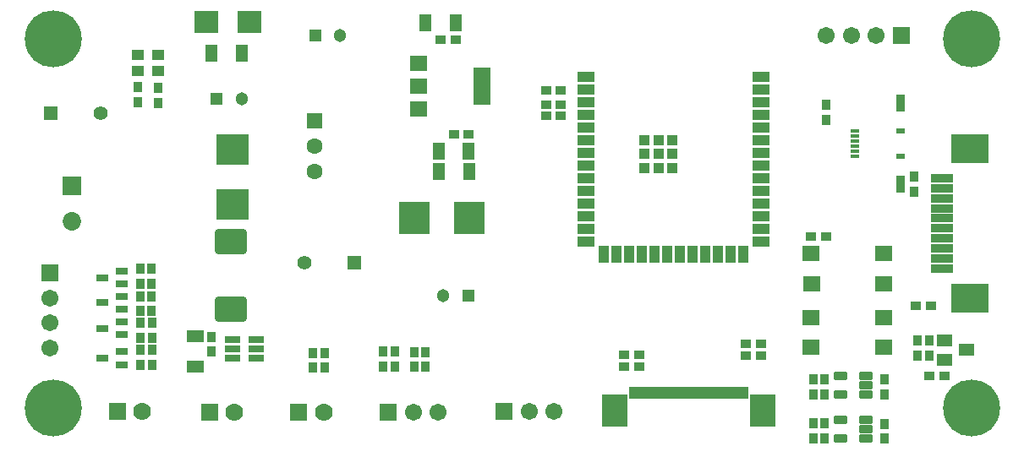
<source format=gbr>
%TF.GenerationSoftware,Altium Limited,Altium Designer,23.4.1 (23)*%
G04 Layer_Color=8388736*
%FSLAX45Y45*%
%MOMM*%
%TF.SameCoordinates,D6ADF24A-3376-43E2-8D1E-8FFFCD63A60F*%
%TF.FilePolarity,Negative*%
%TF.FileFunction,Soldermask,Top*%
%TF.Part,Single*%
G01*
G75*
%TA.AperFunction,SMDPad,CuDef*%
%ADD75R,0.95320X1.00320*%
%ADD76R,1.00320X0.95320*%
%TA.AperFunction,ComponentPad*%
%ADD77C,1.71120*%
%ADD78R,1.71120X1.71120*%
%ADD79R,1.40320X1.40320*%
%ADD80C,1.40320*%
%ADD81C,1.30320*%
%ADD82R,1.30320X1.30320*%
%ADD83R,1.85320X1.85320*%
%ADD84C,1.85320*%
%ADD85C,1.60320*%
%ADD86R,1.60320X1.60320*%
%ADD87R,1.77820X1.77820*%
%ADD88C,1.77820*%
%ADD89R,1.71120X1.71120*%
%TA.AperFunction,ViaPad*%
%ADD90C,5.70320*%
%TA.AperFunction,SMDPad,CuDef*%
%ADD91R,0.90320X0.45320*%
%ADD92R,0.85320X0.60320*%
%ADD93R,0.85320X1.80320*%
%ADD94R,1.15320X1.05320*%
%ADD95R,1.70320X1.50320*%
%ADD96R,1.70320X3.70320*%
%ADD97R,1.54320X0.79320*%
%ADD98R,3.05320X3.30320*%
%ADD99R,2.48320X2.32320*%
%ADD100R,1.20320X1.80320*%
G04:AMPARAMS|DCode=101|XSize=2.5332mm|YSize=3.2732mm|CornerRadius=0.39285mm|HoleSize=0mm|Usage=FLASHONLY|Rotation=270.000|XOffset=0mm|YOffset=0mm|HoleType=Round|Shape=RoundedRectangle|*
%AMROUNDEDRECTD101*
21,1,2.53320,2.48750,0,0,270.0*
21,1,1.74750,3.27320,0,0,270.0*
1,1,0.78570,-1.24375,-0.87375*
1,1,0.78570,-1.24375,0.87375*
1,1,0.78570,1.24375,0.87375*
1,1,0.78570,1.24375,-0.87375*
%
%ADD101ROUNDEDRECTD101*%
%ADD102R,1.80320X1.60320*%
%TA.AperFunction,BGAPad,CuDef*%
%ADD103R,1.10320X1.10320*%
%TA.AperFunction,SMDPad,CuDef*%
%ADD104R,1.70320X1.10320*%
%ADD105R,1.10320X1.70320*%
%ADD106R,1.20320X0.75320*%
%TA.AperFunction,ConnectorPad*%
%ADD107R,2.20320X0.81320*%
%ADD108R,3.80320X2.88320*%
%TA.AperFunction,SMDPad,CuDef*%
%ADD109R,0.50320X1.30320*%
%ADD110R,2.50320X3.30320*%
G04:AMPARAMS|DCode=111|XSize=1.4132mm|YSize=0.7932mm|CornerRadius=0.12815mm|HoleSize=0mm|Usage=FLASHONLY|Rotation=180.000|XOffset=0mm|YOffset=0mm|HoleType=Round|Shape=RoundedRectangle|*
%AMROUNDEDRECTD111*
21,1,1.41320,0.53690,0,0,180.0*
21,1,1.15690,0.79320,0,0,180.0*
1,1,0.25630,-0.57845,0.26845*
1,1,0.25630,0.57845,0.26845*
1,1,0.25630,0.57845,-0.26845*
1,1,0.25630,-0.57845,-0.26845*
%
%ADD111ROUNDEDRECTD111*%
%ADD112R,1.60320X1.20320*%
%ADD113R,1.80320X1.20320*%
%ADD114R,3.30320X3.05320*%
D75*
X3000000Y802000D02*
D03*
Y952000D02*
D03*
X3118000D02*
D03*
Y802000D02*
D03*
X8144000Y3437000D02*
D03*
Y3287000D02*
D03*
X4131000Y812000D02*
D03*
X4131000Y962000D02*
D03*
X3821000Y813000D02*
D03*
Y963000D02*
D03*
X9057000Y924000D02*
D03*
Y1074000D02*
D03*
X9172000Y1075000D02*
D03*
Y925000D02*
D03*
X1277600Y1102000D02*
D03*
Y1252000D02*
D03*
X1391600Y1101000D02*
D03*
Y1251000D02*
D03*
X8730000Y684000D02*
D03*
Y534000D02*
D03*
X8013000Y686000D02*
D03*
Y536000D02*
D03*
X8730000Y92000D02*
D03*
Y242000D02*
D03*
X8013000Y94000D02*
D03*
Y244000D02*
D03*
X8126000Y686000D02*
D03*
Y536000D02*
D03*
X8126000Y94000D02*
D03*
Y244000D02*
D03*
X9020000Y2719000D02*
D03*
Y2569000D02*
D03*
X1389600Y1370000D02*
D03*
Y1520000D02*
D03*
X1983000Y1113000D02*
D03*
Y963000D02*
D03*
X1276501Y979800D02*
D03*
Y829800D02*
D03*
X1396500Y979800D02*
D03*
Y829800D02*
D03*
X1275600Y1796000D02*
D03*
X1275600Y1646000D02*
D03*
X1389600Y1796000D02*
D03*
X1389600Y1646000D02*
D03*
X3707000Y963000D02*
D03*
X3707000Y813000D02*
D03*
X4016000Y962001D02*
D03*
Y812000D02*
D03*
X1455000Y3456000D02*
D03*
Y3606000D02*
D03*
X1250000Y3463000D02*
D03*
Y3613000D02*
D03*
X1277600Y1520000D02*
D03*
Y1370000D02*
D03*
D76*
X7489000Y1040000D02*
D03*
X7339000D02*
D03*
X6272000Y818000D02*
D03*
X6122000D02*
D03*
X6271000Y930000D02*
D03*
X6121000D02*
D03*
X9176300Y722500D02*
D03*
X9326300D02*
D03*
X5338000Y3440000D02*
D03*
X5488000D02*
D03*
X9191000Y1421999D02*
D03*
X9041000D02*
D03*
X7992000Y2117000D02*
D03*
X7339000Y927000D02*
D03*
X7489000D02*
D03*
X5488008Y3329380D02*
D03*
X5338008D02*
D03*
X5486000Y3584000D02*
D03*
X5336000D02*
D03*
X4563000Y3144000D02*
D03*
X4413000D02*
D03*
X4431388Y4092016D02*
D03*
X4281388D02*
D03*
X8142000Y2117000D02*
D03*
D77*
X370000Y1003000D02*
D03*
Y1253000D02*
D03*
Y1503000D02*
D03*
X4010000Y361000D02*
D03*
X4260000D02*
D03*
X5420000Y364000D02*
D03*
X5170000D02*
D03*
X8644000Y4132000D02*
D03*
X8394000D02*
D03*
X8144000D02*
D03*
D78*
X370000Y1753000D02*
D03*
D79*
X3417000Y1857000D02*
D03*
X377000Y3356000D02*
D03*
D80*
X2917000Y1857000D02*
D03*
X877000Y3356000D02*
D03*
D81*
X3278000Y4130000D02*
D03*
X4310000Y1523000D02*
D03*
X2289000Y3497000D02*
D03*
D82*
X3028000Y4130000D02*
D03*
X4560000Y1523000D02*
D03*
X2039000Y3497000D02*
D03*
D83*
X588000Y2624000D02*
D03*
D84*
Y2274000D02*
D03*
D85*
X3024000Y2766000D02*
D03*
Y3020000D02*
D03*
D86*
Y3274000D02*
D03*
D87*
X1967999Y361000D02*
D03*
X1045000Y362000D02*
D03*
X2862000Y361000D02*
D03*
D88*
X2218000D02*
D03*
X3112000D02*
D03*
X1295000Y362000D02*
D03*
D89*
X3760000Y361000D02*
D03*
X4920000Y364000D02*
D03*
X8894000Y4132000D02*
D03*
D90*
X400000Y400000D02*
D03*
Y4100000D02*
D03*
X9600000D02*
D03*
Y400000D02*
D03*
D91*
X8433000Y3176000D02*
D03*
Y3126000D02*
D03*
Y3076000D02*
D03*
Y3026000D02*
D03*
Y2976000D02*
D03*
Y2926000D02*
D03*
D92*
X8885500Y3176000D02*
D03*
Y2926000D02*
D03*
D93*
Y3456000D02*
D03*
Y2646000D02*
D03*
D94*
X1455000Y3937001D02*
D03*
Y3777000D02*
D03*
X1250000Y3776000D02*
D03*
Y3936000D02*
D03*
D95*
X4062999Y3855600D02*
D03*
Y3627000D02*
D03*
Y3398400D02*
D03*
D96*
X4692919Y3627000D02*
D03*
D97*
X2199000Y1086000D02*
D03*
X2199001Y991000D02*
D03*
X2199000Y896000D02*
D03*
X2437000Y896000D02*
D03*
X2437000Y991000D02*
D03*
X2437000Y1086000D02*
D03*
D98*
X4022000Y2303000D02*
D03*
X4571999D02*
D03*
D99*
X1938500Y4265000D02*
D03*
X2371500D02*
D03*
D100*
X4566000Y2770000D02*
D03*
X4266000D02*
D03*
X2289000Y3953000D02*
D03*
X1989000D02*
D03*
X4264000Y2976000D02*
D03*
X4564000D02*
D03*
X4131388Y4262016D02*
D03*
X4431388D02*
D03*
D101*
X2185000Y1390500D02*
D03*
Y2063500D02*
D03*
D102*
X7991000Y1306000D02*
D03*
X8714000D02*
D03*
X7994000Y1006000D02*
D03*
X8714000Y1006000D02*
D03*
X8715000Y1947000D02*
D03*
X7992000D02*
D03*
X8715000Y1647001D02*
D03*
X7995000Y1647000D02*
D03*
D103*
X6463989Y2944809D02*
D03*
X6323989D02*
D03*
X6603989D02*
D03*
X6323989Y2804809D02*
D03*
X6463989D02*
D03*
X6603989D02*
D03*
X6323989Y3084809D02*
D03*
X6463989D02*
D03*
X6603989D02*
D03*
D104*
X5738989Y3716809D02*
D03*
Y3589809D02*
D03*
Y3462809D02*
D03*
Y3335809D02*
D03*
Y3208809D02*
D03*
Y3081809D02*
D03*
Y2954809D02*
D03*
Y2700809D02*
D03*
Y2573809D02*
D03*
Y2446809D02*
D03*
Y2319809D02*
D03*
Y2065809D02*
D03*
X7488989Y3208809D02*
D03*
Y3335809D02*
D03*
Y3462809D02*
D03*
Y3589809D02*
D03*
Y3716809D02*
D03*
Y2065809D02*
D03*
X5738989Y2192809D02*
D03*
Y2827809D02*
D03*
X7488989Y2700809D02*
D03*
Y2573809D02*
D03*
Y2446809D02*
D03*
Y2319809D02*
D03*
Y2192809D02*
D03*
Y3081809D02*
D03*
Y2954809D02*
D03*
Y2827809D02*
D03*
D105*
X6169489Y1940809D02*
D03*
X6296489D02*
D03*
X6423489D02*
D03*
X6550489D02*
D03*
X6677489D02*
D03*
X6804489D02*
D03*
X6931489D02*
D03*
X7058489D02*
D03*
X7185489D02*
D03*
X7312489D02*
D03*
X6042489D02*
D03*
X5915489D02*
D03*
D106*
X897600Y1199000D02*
D03*
X1087600Y1264001D02*
D03*
Y1134000D02*
D03*
X899000Y898000D02*
D03*
X1089000Y963001D02*
D03*
Y833001D02*
D03*
X896600Y1707000D02*
D03*
X1086600Y1772000D02*
D03*
Y1642000D02*
D03*
X1087601Y1389000D02*
D03*
X1087600Y1519000D02*
D03*
X897600Y1454000D02*
D03*
D107*
X9300000Y2200000D02*
D03*
Y2100000D02*
D03*
Y2300000D02*
D03*
Y2000000D02*
D03*
Y1900000D02*
D03*
Y1800000D02*
D03*
Y2400000D02*
D03*
Y2500000D02*
D03*
Y2600000D02*
D03*
Y2700000D02*
D03*
D108*
X9580000Y2999000D02*
D03*
Y1501000D02*
D03*
D109*
X6192001Y548000D02*
D03*
X6242001D02*
D03*
X6292001D02*
D03*
X6342001D02*
D03*
X6392001D02*
D03*
X6442001D02*
D03*
X6492001D02*
D03*
X6592001D02*
D03*
X6642000D02*
D03*
X6692000D02*
D03*
X6742001D02*
D03*
X6792001D02*
D03*
X6842001D02*
D03*
X6892001D02*
D03*
X6942001D02*
D03*
X6992001D02*
D03*
X7042001D02*
D03*
X7092001D02*
D03*
X7142001D02*
D03*
X7192001D02*
D03*
X7242001D02*
D03*
X7292001D02*
D03*
X7342001D02*
D03*
X6542001D02*
D03*
D110*
X7509001Y378000D02*
D03*
X6025001D02*
D03*
D111*
X8286500Y93000D02*
D03*
Y282999D02*
D03*
X8537499D02*
D03*
X8537499Y188000D02*
D03*
X8537499Y93000D02*
D03*
X8537499Y725000D02*
D03*
Y535000D02*
D03*
X8537500Y630000D02*
D03*
X8286500Y725000D02*
D03*
Y535000D02*
D03*
D112*
X9326000Y1075000D02*
D03*
Y885000D02*
D03*
X9546000Y980000D02*
D03*
D113*
X1823000Y815000D02*
D03*
Y1115000D02*
D03*
D114*
X2197000Y2992000D02*
D03*
Y2442000D02*
D03*
%TF.MD5,66e8a68bd266b14f34ef3c9970d213e6*%
M02*

</source>
